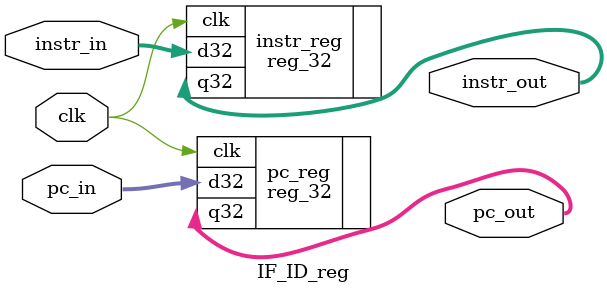
<source format=v>

module IF_ID_reg(clk, pc_in, instr_in, pc_out, instr_out);
    input clk;

    // datapath signals
    input [31:0] pc_in;
    input [31:0] instr_in;
    output [31:0] pc_out;
    output [31:0] instr_out;


    reg_32 pc_reg (.clk(clk), .d32(pc_in), .q32(pc_out));
    reg_32 instr_reg (.clk(clk), .d32(instr_in), .q32(instr_out));

endmodule



</source>
